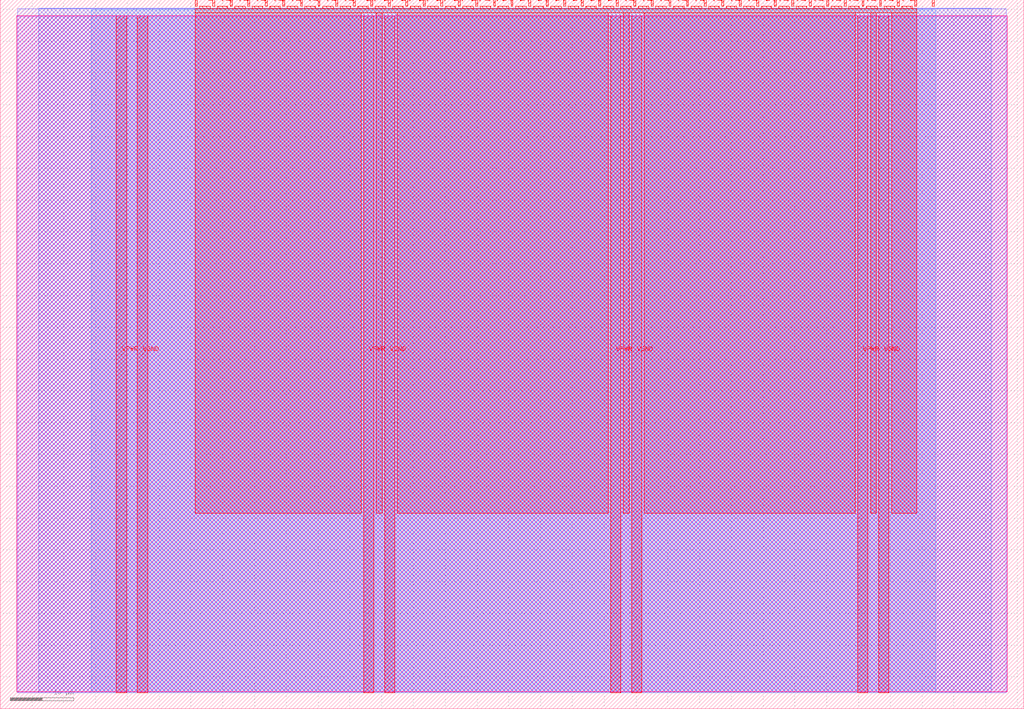
<source format=lef>
VERSION 5.7 ;
  NOWIREEXTENSIONATPIN ON ;
  DIVIDERCHAR "/" ;
  BUSBITCHARS "[]" ;
MACRO tt_um_four_bit_cpu_top_level
  CLASS BLOCK ;
  FOREIGN tt_um_four_bit_cpu_top_level ;
  ORIGIN 0.000 0.000 ;
  SIZE 161.000 BY 111.520 ;
  PIN VGND
    DIRECTION INOUT ;
    USE GROUND ;
    PORT
      LAYER met4 ;
        RECT 21.580 2.480 23.180 109.040 ;
    END
    PORT
      LAYER met4 ;
        RECT 60.450 2.480 62.050 109.040 ;
    END
    PORT
      LAYER met4 ;
        RECT 99.320 2.480 100.920 109.040 ;
    END
    PORT
      LAYER met4 ;
        RECT 138.190 2.480 139.790 109.040 ;
    END
  END VGND
  PIN VPWR
    DIRECTION INOUT ;
    USE POWER ;
    PORT
      LAYER met4 ;
        RECT 18.280 2.480 19.880 109.040 ;
    END
    PORT
      LAYER met4 ;
        RECT 57.150 2.480 58.750 109.040 ;
    END
    PORT
      LAYER met4 ;
        RECT 96.020 2.480 97.620 109.040 ;
    END
    PORT
      LAYER met4 ;
        RECT 134.890 2.480 136.490 109.040 ;
    END
  END VPWR
  PIN clk
    DIRECTION INPUT ;
    USE SIGNAL ;
    ANTENNAGATEAREA 0.852000 ;
    PORT
      LAYER met4 ;
        RECT 143.830 110.520 144.130 111.520 ;
    END
  END clk
  PIN ena
    DIRECTION INPUT ;
    USE SIGNAL ;
    PORT
      LAYER met4 ;
        RECT 146.590 110.520 146.890 111.520 ;
    END
  END ena
  PIN rst_n
    DIRECTION INPUT ;
    USE SIGNAL ;
    ANTENNAGATEAREA 0.196500 ;
    PORT
      LAYER met4 ;
        RECT 141.070 110.520 141.370 111.520 ;
    END
  END rst_n
  PIN ui_in[0]
    DIRECTION INPUT ;
    USE SIGNAL ;
    PORT
      LAYER met4 ;
        RECT 138.310 110.520 138.610 111.520 ;
    END
  END ui_in[0]
  PIN ui_in[1]
    DIRECTION INPUT ;
    USE SIGNAL ;
    PORT
      LAYER met4 ;
        RECT 135.550 110.520 135.850 111.520 ;
    END
  END ui_in[1]
  PIN ui_in[2]
    DIRECTION INPUT ;
    USE SIGNAL ;
    ANTENNAGATEAREA 0.196500 ;
    PORT
      LAYER met4 ;
        RECT 132.790 110.520 133.090 111.520 ;
    END
  END ui_in[2]
  PIN ui_in[3]
    DIRECTION INPUT ;
    USE SIGNAL ;
    ANTENNAGATEAREA 0.196500 ;
    PORT
      LAYER met4 ;
        RECT 130.030 110.520 130.330 111.520 ;
    END
  END ui_in[3]
  PIN ui_in[4]
    DIRECTION INPUT ;
    USE SIGNAL ;
    ANTENNAGATEAREA 0.196500 ;
    PORT
      LAYER met4 ;
        RECT 127.270 110.520 127.570 111.520 ;
    END
  END ui_in[4]
  PIN ui_in[5]
    DIRECTION INPUT ;
    USE SIGNAL ;
    ANTENNAGATEAREA 0.196500 ;
    PORT
      LAYER met4 ;
        RECT 124.510 110.520 124.810 111.520 ;
    END
  END ui_in[5]
  PIN ui_in[6]
    DIRECTION INPUT ;
    USE SIGNAL ;
    ANTENNAGATEAREA 0.196500 ;
    PORT
      LAYER met4 ;
        RECT 121.750 110.520 122.050 111.520 ;
    END
  END ui_in[6]
  PIN ui_in[7]
    DIRECTION INPUT ;
    USE SIGNAL ;
    ANTENNAGATEAREA 0.196500 ;
    PORT
      LAYER met4 ;
        RECT 118.990 110.520 119.290 111.520 ;
    END
  END ui_in[7]
  PIN uio_in[0]
    DIRECTION INPUT ;
    USE SIGNAL ;
    PORT
      LAYER met4 ;
        RECT 116.230 110.520 116.530 111.520 ;
    END
  END uio_in[0]
  PIN uio_in[1]
    DIRECTION INPUT ;
    USE SIGNAL ;
    PORT
      LAYER met4 ;
        RECT 113.470 110.520 113.770 111.520 ;
    END
  END uio_in[1]
  PIN uio_in[2]
    DIRECTION INPUT ;
    USE SIGNAL ;
    PORT
      LAYER met4 ;
        RECT 110.710 110.520 111.010 111.520 ;
    END
  END uio_in[2]
  PIN uio_in[3]
    DIRECTION INPUT ;
    USE SIGNAL ;
    PORT
      LAYER met4 ;
        RECT 107.950 110.520 108.250 111.520 ;
    END
  END uio_in[3]
  PIN uio_in[4]
    DIRECTION INPUT ;
    USE SIGNAL ;
    PORT
      LAYER met4 ;
        RECT 105.190 110.520 105.490 111.520 ;
    END
  END uio_in[4]
  PIN uio_in[5]
    DIRECTION INPUT ;
    USE SIGNAL ;
    PORT
      LAYER met4 ;
        RECT 102.430 110.520 102.730 111.520 ;
    END
  END uio_in[5]
  PIN uio_in[6]
    DIRECTION INPUT ;
    USE SIGNAL ;
    PORT
      LAYER met4 ;
        RECT 99.670 110.520 99.970 111.520 ;
    END
  END uio_in[6]
  PIN uio_in[7]
    DIRECTION INPUT ;
    USE SIGNAL ;
    PORT
      LAYER met4 ;
        RECT 96.910 110.520 97.210 111.520 ;
    END
  END uio_in[7]
  PIN uio_oe[0]
    DIRECTION OUTPUT ;
    USE SIGNAL ;
    PORT
      LAYER met4 ;
        RECT 49.990 110.520 50.290 111.520 ;
    END
  END uio_oe[0]
  PIN uio_oe[1]
    DIRECTION OUTPUT ;
    USE SIGNAL ;
    PORT
      LAYER met4 ;
        RECT 47.230 110.520 47.530 111.520 ;
    END
  END uio_oe[1]
  PIN uio_oe[2]
    DIRECTION OUTPUT ;
    USE SIGNAL ;
    PORT
      LAYER met4 ;
        RECT 44.470 110.520 44.770 111.520 ;
    END
  END uio_oe[2]
  PIN uio_oe[3]
    DIRECTION OUTPUT ;
    USE SIGNAL ;
    PORT
      LAYER met4 ;
        RECT 41.710 110.520 42.010 111.520 ;
    END
  END uio_oe[3]
  PIN uio_oe[4]
    DIRECTION OUTPUT ;
    USE SIGNAL ;
    PORT
      LAYER met4 ;
        RECT 38.950 110.520 39.250 111.520 ;
    END
  END uio_oe[4]
  PIN uio_oe[5]
    DIRECTION OUTPUT ;
    USE SIGNAL ;
    PORT
      LAYER met4 ;
        RECT 36.190 110.520 36.490 111.520 ;
    END
  END uio_oe[5]
  PIN uio_oe[6]
    DIRECTION OUTPUT ;
    USE SIGNAL ;
    PORT
      LAYER met4 ;
        RECT 33.430 110.520 33.730 111.520 ;
    END
  END uio_oe[6]
  PIN uio_oe[7]
    DIRECTION OUTPUT ;
    USE SIGNAL ;
    PORT
      LAYER met4 ;
        RECT 30.670 110.520 30.970 111.520 ;
    END
  END uio_oe[7]
  PIN uio_out[0]
    DIRECTION OUTPUT ;
    USE SIGNAL ;
    ANTENNADIFFAREA 0.445500 ;
    PORT
      LAYER met4 ;
        RECT 72.070 110.520 72.370 111.520 ;
    END
  END uio_out[0]
  PIN uio_out[1]
    DIRECTION OUTPUT ;
    USE SIGNAL ;
    ANTENNADIFFAREA 0.445500 ;
    PORT
      LAYER met4 ;
        RECT 69.310 110.520 69.610 111.520 ;
    END
  END uio_out[1]
  PIN uio_out[2]
    DIRECTION OUTPUT ;
    USE SIGNAL ;
    ANTENNADIFFAREA 0.795200 ;
    PORT
      LAYER met4 ;
        RECT 66.550 110.520 66.850 111.520 ;
    END
  END uio_out[2]
  PIN uio_out[3]
    DIRECTION OUTPUT ;
    USE SIGNAL ;
    ANTENNADIFFAREA 0.445500 ;
    PORT
      LAYER met4 ;
        RECT 63.790 110.520 64.090 111.520 ;
    END
  END uio_out[3]
  PIN uio_out[4]
    DIRECTION OUTPUT ;
    USE SIGNAL ;
    ANTENNADIFFAREA 0.445500 ;
    PORT
      LAYER met4 ;
        RECT 61.030 110.520 61.330 111.520 ;
    END
  END uio_out[4]
  PIN uio_out[5]
    DIRECTION OUTPUT ;
    USE SIGNAL ;
    ANTENNADIFFAREA 0.445500 ;
    PORT
      LAYER met4 ;
        RECT 58.270 110.520 58.570 111.520 ;
    END
  END uio_out[5]
  PIN uio_out[6]
    DIRECTION OUTPUT ;
    USE SIGNAL ;
    ANTENNADIFFAREA 0.445500 ;
    PORT
      LAYER met4 ;
        RECT 55.510 110.520 55.810 111.520 ;
    END
  END uio_out[6]
  PIN uio_out[7]
    DIRECTION OUTPUT ;
    USE SIGNAL ;
    ANTENNADIFFAREA 0.445500 ;
    PORT
      LAYER met4 ;
        RECT 52.750 110.520 53.050 111.520 ;
    END
  END uio_out[7]
  PIN uo_out[0]
    DIRECTION OUTPUT ;
    USE SIGNAL ;
    ANTENNAGATEAREA 0.126000 ;
    ANTENNADIFFAREA 0.891000 ;
    PORT
      LAYER met4 ;
        RECT 94.150 110.520 94.450 111.520 ;
    END
  END uo_out[0]
  PIN uo_out[1]
    DIRECTION OUTPUT ;
    USE SIGNAL ;
    ANTENNAGATEAREA 0.126000 ;
    ANTENNADIFFAREA 0.891000 ;
    PORT
      LAYER met4 ;
        RECT 91.390 110.520 91.690 111.520 ;
    END
  END uo_out[1]
  PIN uo_out[2]
    DIRECTION OUTPUT ;
    USE SIGNAL ;
    ANTENNAGATEAREA 0.126000 ;
    ANTENNADIFFAREA 0.891000 ;
    PORT
      LAYER met4 ;
        RECT 88.630 110.520 88.930 111.520 ;
    END
  END uo_out[2]
  PIN uo_out[3]
    DIRECTION OUTPUT ;
    USE SIGNAL ;
    ANTENNAGATEAREA 0.126000 ;
    ANTENNADIFFAREA 0.891000 ;
    PORT
      LAYER met4 ;
        RECT 85.870 110.520 86.170 111.520 ;
    END
  END uo_out[3]
  PIN uo_out[4]
    DIRECTION OUTPUT ;
    USE SIGNAL ;
    ANTENNAGATEAREA 1.498500 ;
    ANTENNADIFFAREA 0.891000 ;
    PORT
      LAYER met4 ;
        RECT 83.110 110.520 83.410 111.520 ;
    END
  END uo_out[4]
  PIN uo_out[5]
    DIRECTION OUTPUT ;
    USE SIGNAL ;
    ANTENNAGATEAREA 2.484000 ;
    ANTENNADIFFAREA 0.891000 ;
    PORT
      LAYER met4 ;
        RECT 80.350 110.520 80.650 111.520 ;
    END
  END uo_out[5]
  PIN uo_out[6]
    DIRECTION OUTPUT ;
    USE SIGNAL ;
    ANTENNAGATEAREA 1.120500 ;
    ANTENNADIFFAREA 0.891000 ;
    PORT
      LAYER met4 ;
        RECT 77.590 110.520 77.890 111.520 ;
    END
  END uo_out[6]
  PIN uo_out[7]
    DIRECTION OUTPUT ;
    USE SIGNAL ;
    ANTENNAGATEAREA 1.498500 ;
    ANTENNADIFFAREA 0.891000 ;
    PORT
      LAYER met4 ;
        RECT 74.830 110.520 75.130 111.520 ;
    END
  END uo_out[7]
  OBS
      LAYER nwell ;
        RECT 2.570 2.635 158.430 108.990 ;
      LAYER li1 ;
        RECT 2.760 2.635 158.240 108.885 ;
      LAYER met1 ;
        RECT 2.760 2.480 158.240 110.120 ;
      LAYER met2 ;
        RECT 6.080 2.535 155.840 110.150 ;
      LAYER met3 ;
        RECT 14.325 2.555 147.135 109.985 ;
      LAYER met4 ;
        RECT 31.370 110.120 33.030 110.520 ;
        RECT 34.130 110.120 35.790 110.520 ;
        RECT 36.890 110.120 38.550 110.520 ;
        RECT 39.650 110.120 41.310 110.520 ;
        RECT 42.410 110.120 44.070 110.520 ;
        RECT 45.170 110.120 46.830 110.520 ;
        RECT 47.930 110.120 49.590 110.520 ;
        RECT 50.690 110.120 52.350 110.520 ;
        RECT 53.450 110.120 55.110 110.520 ;
        RECT 56.210 110.120 57.870 110.520 ;
        RECT 58.970 110.120 60.630 110.520 ;
        RECT 61.730 110.120 63.390 110.520 ;
        RECT 64.490 110.120 66.150 110.520 ;
        RECT 67.250 110.120 68.910 110.520 ;
        RECT 70.010 110.120 71.670 110.520 ;
        RECT 72.770 110.120 74.430 110.520 ;
        RECT 75.530 110.120 77.190 110.520 ;
        RECT 78.290 110.120 79.950 110.520 ;
        RECT 81.050 110.120 82.710 110.520 ;
        RECT 83.810 110.120 85.470 110.520 ;
        RECT 86.570 110.120 88.230 110.520 ;
        RECT 89.330 110.120 90.990 110.520 ;
        RECT 92.090 110.120 93.750 110.520 ;
        RECT 94.850 110.120 96.510 110.520 ;
        RECT 97.610 110.120 99.270 110.520 ;
        RECT 100.370 110.120 102.030 110.520 ;
        RECT 103.130 110.120 104.790 110.520 ;
        RECT 105.890 110.120 107.550 110.520 ;
        RECT 108.650 110.120 110.310 110.520 ;
        RECT 111.410 110.120 113.070 110.520 ;
        RECT 114.170 110.120 115.830 110.520 ;
        RECT 116.930 110.120 118.590 110.520 ;
        RECT 119.690 110.120 121.350 110.520 ;
        RECT 122.450 110.120 124.110 110.520 ;
        RECT 125.210 110.120 126.870 110.520 ;
        RECT 127.970 110.120 129.630 110.520 ;
        RECT 130.730 110.120 132.390 110.520 ;
        RECT 133.490 110.120 135.150 110.520 ;
        RECT 136.250 110.120 137.910 110.520 ;
        RECT 139.010 110.120 140.670 110.520 ;
        RECT 141.770 110.120 143.430 110.520 ;
        RECT 30.655 109.440 144.145 110.120 ;
        RECT 30.655 30.775 56.750 109.440 ;
        RECT 59.150 30.775 60.050 109.440 ;
        RECT 62.450 30.775 95.620 109.440 ;
        RECT 98.020 30.775 98.920 109.440 ;
        RECT 101.320 30.775 134.490 109.440 ;
        RECT 136.890 30.775 137.790 109.440 ;
        RECT 140.190 30.775 144.145 109.440 ;
  END
END tt_um_four_bit_cpu_top_level
END LIBRARY


</source>
